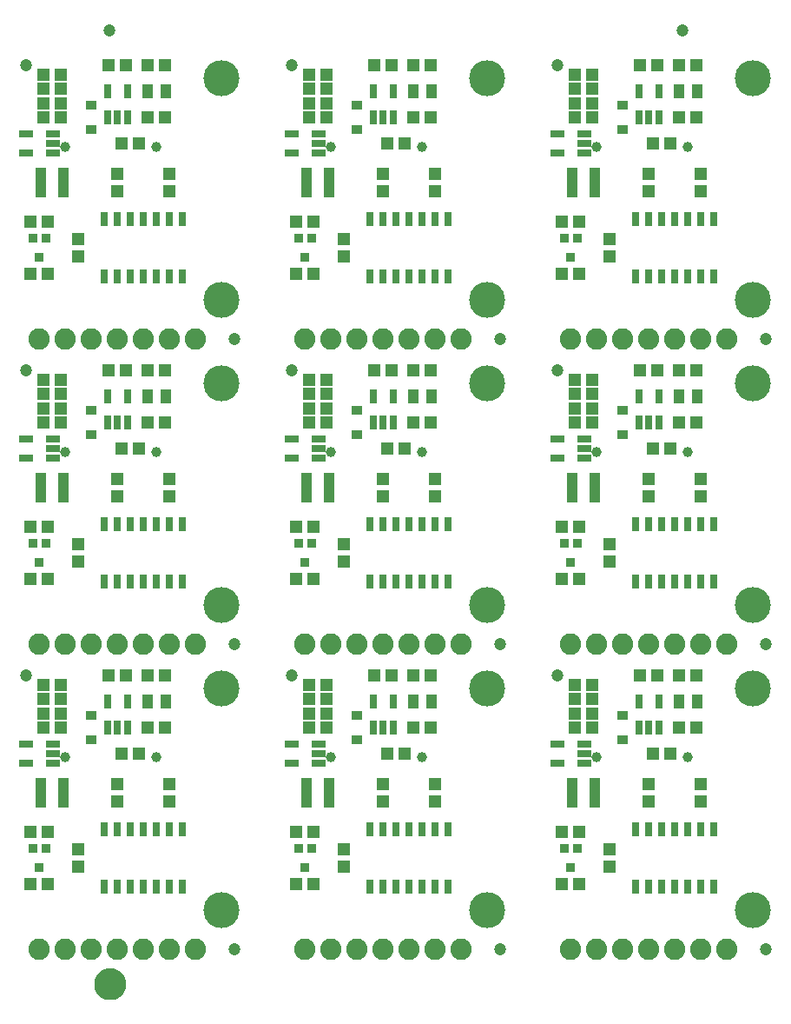
<source format=gts>
G75*
%MOIN*%
%OFA0B0*%
%FSLAX25Y25*%
%IPPOS*%
%LPD*%
%AMOC8*
5,1,8,0,0,1.08239X$1,22.5*
%
%ADD10R,0.05131X0.04737*%
%ADD11R,0.04068X0.03280*%
%ADD12R,0.05524X0.02965*%
%ADD13R,0.02965X0.05524*%
%ADD14R,0.03162X0.05524*%
%ADD15R,0.04737X0.05131*%
%ADD16C,0.04737*%
%ADD17R,0.03556X0.03556*%
%ADD18C,0.08200*%
%ADD19C,0.03950*%
%ADD20R,0.03950X0.05524*%
%ADD21C,0.13800*%
%ADD22R,0.03950X0.11430*%
%ADD23C,0.05000*%
%ADD24C,0.06706*%
D10*
X0045404Y0058500D03*
X0052096Y0058500D03*
X0052096Y0078500D03*
X0045404Y0078500D03*
X0080404Y0108500D03*
X0087096Y0108500D03*
X0090404Y0118500D03*
X0097096Y0118500D03*
X0097096Y0138500D03*
X0090404Y0138500D03*
X0082096Y0138500D03*
X0075404Y0138500D03*
X0057096Y0135000D03*
X0050404Y0135000D03*
X0050404Y0129500D03*
X0050404Y0124000D03*
X0050404Y0118500D03*
X0057096Y0118500D03*
X0057096Y0124000D03*
X0057096Y0129500D03*
X0052096Y0175500D03*
X0045404Y0175500D03*
X0045404Y0195500D03*
X0052096Y0195500D03*
X0080404Y0225500D03*
X0087096Y0225500D03*
X0090404Y0235500D03*
X0097096Y0235500D03*
X0097096Y0255500D03*
X0090404Y0255500D03*
X0082096Y0255500D03*
X0075404Y0255500D03*
X0057096Y0252000D03*
X0050404Y0252000D03*
X0050404Y0246500D03*
X0050404Y0241000D03*
X0050404Y0235500D03*
X0057096Y0235500D03*
X0057096Y0241000D03*
X0057096Y0246500D03*
X0052096Y0292500D03*
X0045404Y0292500D03*
X0045404Y0312500D03*
X0052096Y0312500D03*
X0080404Y0342500D03*
X0087096Y0342500D03*
X0090404Y0352500D03*
X0097096Y0352500D03*
X0097096Y0372500D03*
X0090404Y0372500D03*
X0082096Y0372500D03*
X0075404Y0372500D03*
X0057096Y0369000D03*
X0057096Y0363500D03*
X0057096Y0358000D03*
X0050404Y0358000D03*
X0050404Y0363500D03*
X0050404Y0369000D03*
X0050404Y0352500D03*
X0057096Y0352500D03*
X0147404Y0312500D03*
X0154096Y0312500D03*
X0154096Y0292500D03*
X0147404Y0292500D03*
X0152404Y0252000D03*
X0159096Y0252000D03*
X0159096Y0246500D03*
X0159096Y0241000D03*
X0159096Y0235500D03*
X0152404Y0235500D03*
X0152404Y0241000D03*
X0152404Y0246500D03*
X0177404Y0255500D03*
X0184096Y0255500D03*
X0192404Y0255500D03*
X0199096Y0255500D03*
X0199096Y0235500D03*
X0192404Y0235500D03*
X0189096Y0225500D03*
X0182404Y0225500D03*
X0154096Y0195500D03*
X0147404Y0195500D03*
X0147404Y0175500D03*
X0154096Y0175500D03*
X0177404Y0138500D03*
X0184096Y0138500D03*
X0192404Y0138500D03*
X0199096Y0138500D03*
X0199096Y0118500D03*
X0192404Y0118500D03*
X0189096Y0108500D03*
X0182404Y0108500D03*
X0159096Y0118500D03*
X0159096Y0124000D03*
X0159096Y0129500D03*
X0152404Y0129500D03*
X0152404Y0124000D03*
X0152404Y0118500D03*
X0152404Y0135000D03*
X0159096Y0135000D03*
X0154096Y0078500D03*
X0147404Y0078500D03*
X0147404Y0058500D03*
X0154096Y0058500D03*
X0249404Y0058500D03*
X0256096Y0058500D03*
X0256096Y0078500D03*
X0249404Y0078500D03*
X0284404Y0108500D03*
X0291096Y0108500D03*
X0294404Y0118500D03*
X0301096Y0118500D03*
X0301096Y0138500D03*
X0294404Y0138500D03*
X0286096Y0138500D03*
X0279404Y0138500D03*
X0261096Y0135000D03*
X0254404Y0135000D03*
X0254404Y0129500D03*
X0254404Y0124000D03*
X0254404Y0118500D03*
X0261096Y0118500D03*
X0261096Y0124000D03*
X0261096Y0129500D03*
X0256096Y0175500D03*
X0249404Y0175500D03*
X0249404Y0195500D03*
X0256096Y0195500D03*
X0284404Y0225500D03*
X0291096Y0225500D03*
X0294404Y0235500D03*
X0301096Y0235500D03*
X0301096Y0255500D03*
X0294404Y0255500D03*
X0286096Y0255500D03*
X0279404Y0255500D03*
X0261096Y0252000D03*
X0254404Y0252000D03*
X0254404Y0246500D03*
X0254404Y0241000D03*
X0254404Y0235500D03*
X0261096Y0235500D03*
X0261096Y0241000D03*
X0261096Y0246500D03*
X0256096Y0292500D03*
X0249404Y0292500D03*
X0249404Y0312500D03*
X0256096Y0312500D03*
X0284404Y0342500D03*
X0291096Y0342500D03*
X0294404Y0352500D03*
X0301096Y0352500D03*
X0301096Y0372500D03*
X0294404Y0372500D03*
X0286096Y0372500D03*
X0279404Y0372500D03*
X0261096Y0369000D03*
X0261096Y0363500D03*
X0261096Y0358000D03*
X0254404Y0358000D03*
X0254404Y0363500D03*
X0254404Y0369000D03*
X0254404Y0352500D03*
X0261096Y0352500D03*
X0199096Y0352500D03*
X0192404Y0352500D03*
X0189096Y0342500D03*
X0182404Y0342500D03*
X0159096Y0352500D03*
X0152404Y0352500D03*
X0152404Y0358000D03*
X0152404Y0363500D03*
X0152404Y0369000D03*
X0159096Y0369000D03*
X0159096Y0363500D03*
X0159096Y0358000D03*
X0177404Y0372500D03*
X0184096Y0372500D03*
X0192404Y0372500D03*
X0199096Y0372500D03*
D11*
X0170750Y0357028D03*
X0170750Y0347972D03*
X0068750Y0347972D03*
X0068750Y0357028D03*
X0068750Y0240028D03*
X0068750Y0230972D03*
X0170750Y0230972D03*
X0170750Y0240028D03*
X0272750Y0240028D03*
X0272750Y0230972D03*
X0272750Y0123028D03*
X0272750Y0113972D03*
X0170750Y0113972D03*
X0170750Y0123028D03*
X0068750Y0123028D03*
X0068750Y0113972D03*
X0272750Y0347972D03*
X0272750Y0357028D03*
D12*
X0257869Y0346240D03*
X0257869Y0342500D03*
X0257869Y0338760D03*
X0247631Y0338760D03*
X0247631Y0346240D03*
X0155869Y0346240D03*
X0155869Y0342500D03*
X0155869Y0338760D03*
X0145631Y0338760D03*
X0145631Y0346240D03*
X0053869Y0346240D03*
X0053869Y0342500D03*
X0053869Y0338760D03*
X0043631Y0338760D03*
X0043631Y0346240D03*
X0043631Y0229240D03*
X0043631Y0221760D03*
X0053869Y0221760D03*
X0053869Y0225500D03*
X0053869Y0229240D03*
X0145631Y0229240D03*
X0145631Y0221760D03*
X0155869Y0221760D03*
X0155869Y0225500D03*
X0155869Y0229240D03*
X0247631Y0229240D03*
X0247631Y0221760D03*
X0257869Y0221760D03*
X0257869Y0225500D03*
X0257869Y0229240D03*
X0257869Y0112240D03*
X0257869Y0108500D03*
X0257869Y0104760D03*
X0247631Y0104760D03*
X0247631Y0112240D03*
X0155869Y0112240D03*
X0155869Y0108500D03*
X0155869Y0104760D03*
X0145631Y0104760D03*
X0145631Y0112240D03*
X0053869Y0112240D03*
X0053869Y0108500D03*
X0053869Y0104760D03*
X0043631Y0104760D03*
X0043631Y0112240D03*
D13*
X0075010Y0118381D03*
X0078750Y0118381D03*
X0082490Y0118381D03*
X0082490Y0128619D03*
X0075010Y0128619D03*
X0177010Y0128619D03*
X0184490Y0128619D03*
X0184490Y0118381D03*
X0180750Y0118381D03*
X0177010Y0118381D03*
X0279010Y0118381D03*
X0282750Y0118381D03*
X0286490Y0118381D03*
X0286490Y0128619D03*
X0279010Y0128619D03*
X0279010Y0235381D03*
X0282750Y0235381D03*
X0286490Y0235381D03*
X0286490Y0245619D03*
X0279010Y0245619D03*
X0184490Y0245619D03*
X0177010Y0245619D03*
X0177010Y0235381D03*
X0180750Y0235381D03*
X0184490Y0235381D03*
X0082490Y0235381D03*
X0078750Y0235381D03*
X0075010Y0235381D03*
X0075010Y0245619D03*
X0082490Y0245619D03*
X0082490Y0352381D03*
X0078750Y0352381D03*
X0075010Y0352381D03*
X0075010Y0362619D03*
X0082490Y0362619D03*
X0177010Y0362619D03*
X0184490Y0362619D03*
X0184490Y0352381D03*
X0180750Y0352381D03*
X0177010Y0352381D03*
X0279010Y0352381D03*
X0282750Y0352381D03*
X0286490Y0352381D03*
X0286490Y0362619D03*
X0279010Y0362619D03*
D14*
X0277750Y0313524D03*
X0282750Y0313524D03*
X0287750Y0313524D03*
X0292750Y0313524D03*
X0297750Y0313524D03*
X0302750Y0313524D03*
X0307750Y0313524D03*
X0307750Y0291476D03*
X0302750Y0291476D03*
X0297750Y0291476D03*
X0292750Y0291476D03*
X0287750Y0291476D03*
X0282750Y0291476D03*
X0277750Y0291476D03*
X0205750Y0291476D03*
X0200750Y0291476D03*
X0195750Y0291476D03*
X0190750Y0291476D03*
X0185750Y0291476D03*
X0180750Y0291476D03*
X0175750Y0291476D03*
X0175750Y0313524D03*
X0180750Y0313524D03*
X0185750Y0313524D03*
X0190750Y0313524D03*
X0195750Y0313524D03*
X0200750Y0313524D03*
X0205750Y0313524D03*
X0103750Y0313524D03*
X0098750Y0313524D03*
X0093750Y0313524D03*
X0088750Y0313524D03*
X0083750Y0313524D03*
X0078750Y0313524D03*
X0073750Y0313524D03*
X0073750Y0291476D03*
X0078750Y0291476D03*
X0083750Y0291476D03*
X0088750Y0291476D03*
X0093750Y0291476D03*
X0098750Y0291476D03*
X0103750Y0291476D03*
X0103750Y0196524D03*
X0098750Y0196524D03*
X0093750Y0196524D03*
X0088750Y0196524D03*
X0083750Y0196524D03*
X0078750Y0196524D03*
X0073750Y0196524D03*
X0073750Y0174476D03*
X0078750Y0174476D03*
X0083750Y0174476D03*
X0088750Y0174476D03*
X0093750Y0174476D03*
X0098750Y0174476D03*
X0103750Y0174476D03*
X0175750Y0174476D03*
X0180750Y0174476D03*
X0185750Y0174476D03*
X0190750Y0174476D03*
X0195750Y0174476D03*
X0200750Y0174476D03*
X0205750Y0174476D03*
X0205750Y0196524D03*
X0200750Y0196524D03*
X0195750Y0196524D03*
X0190750Y0196524D03*
X0185750Y0196524D03*
X0180750Y0196524D03*
X0175750Y0196524D03*
X0277750Y0196524D03*
X0282750Y0196524D03*
X0287750Y0196524D03*
X0292750Y0196524D03*
X0297750Y0196524D03*
X0302750Y0196524D03*
X0307750Y0196524D03*
X0307750Y0174476D03*
X0302750Y0174476D03*
X0297750Y0174476D03*
X0292750Y0174476D03*
X0287750Y0174476D03*
X0282750Y0174476D03*
X0277750Y0174476D03*
X0277750Y0079524D03*
X0282750Y0079524D03*
X0287750Y0079524D03*
X0292750Y0079524D03*
X0297750Y0079524D03*
X0302750Y0079524D03*
X0307750Y0079524D03*
X0307750Y0057476D03*
X0302750Y0057476D03*
X0297750Y0057476D03*
X0292750Y0057476D03*
X0287750Y0057476D03*
X0282750Y0057476D03*
X0277750Y0057476D03*
X0205750Y0057476D03*
X0200750Y0057476D03*
X0195750Y0057476D03*
X0190750Y0057476D03*
X0185750Y0057476D03*
X0180750Y0057476D03*
X0175750Y0057476D03*
X0175750Y0079524D03*
X0180750Y0079524D03*
X0185750Y0079524D03*
X0190750Y0079524D03*
X0195750Y0079524D03*
X0200750Y0079524D03*
X0205750Y0079524D03*
X0103750Y0079524D03*
X0098750Y0079524D03*
X0093750Y0079524D03*
X0088750Y0079524D03*
X0083750Y0079524D03*
X0078750Y0079524D03*
X0073750Y0079524D03*
X0073750Y0057476D03*
X0078750Y0057476D03*
X0083750Y0057476D03*
X0088750Y0057476D03*
X0093750Y0057476D03*
X0098750Y0057476D03*
X0103750Y0057476D03*
D15*
X0098750Y0090154D03*
X0098750Y0096846D03*
X0078750Y0096846D03*
X0078750Y0090154D03*
X0063750Y0071846D03*
X0063750Y0065154D03*
X0165750Y0065154D03*
X0165750Y0071846D03*
X0180750Y0090154D03*
X0180750Y0096846D03*
X0200750Y0096846D03*
X0200750Y0090154D03*
X0267750Y0071846D03*
X0267750Y0065154D03*
X0282750Y0090154D03*
X0282750Y0096846D03*
X0302750Y0096846D03*
X0302750Y0090154D03*
X0267750Y0182154D03*
X0267750Y0188846D03*
X0282750Y0207154D03*
X0282750Y0213846D03*
X0302750Y0213846D03*
X0302750Y0207154D03*
X0267750Y0299154D03*
X0267750Y0305846D03*
X0282750Y0324154D03*
X0282750Y0330846D03*
X0302750Y0330846D03*
X0302750Y0324154D03*
X0200750Y0324154D03*
X0200750Y0330846D03*
X0180750Y0330846D03*
X0180750Y0324154D03*
X0165750Y0305846D03*
X0165750Y0299154D03*
X0098750Y0324154D03*
X0098750Y0330846D03*
X0078750Y0330846D03*
X0078750Y0324154D03*
X0063750Y0305846D03*
X0063750Y0299154D03*
X0078750Y0213846D03*
X0078750Y0207154D03*
X0098750Y0207154D03*
X0098750Y0213846D03*
X0063750Y0188846D03*
X0063750Y0182154D03*
X0165750Y0182154D03*
X0165750Y0188846D03*
X0180750Y0207154D03*
X0180750Y0213846D03*
X0200750Y0213846D03*
X0200750Y0207154D03*
D16*
X0247750Y0255500D03*
X0225750Y0267500D03*
X0145750Y0255500D03*
X0123750Y0267500D03*
X0043750Y0255500D03*
X0123750Y0150500D03*
X0145750Y0138500D03*
X0225750Y0150500D03*
X0247750Y0138500D03*
X0327750Y0150500D03*
X0327750Y0267500D03*
X0247750Y0372500D03*
X0295750Y0385750D03*
X0145750Y0372500D03*
X0075750Y0385750D03*
X0043750Y0372500D03*
X0043750Y0138500D03*
X0123750Y0033500D03*
X0225750Y0033500D03*
X0327750Y0033500D03*
D17*
X0255309Y0072142D03*
X0250191Y0072142D03*
X0252750Y0064858D03*
X0153309Y0072142D03*
X0148191Y0072142D03*
X0150750Y0064858D03*
X0051309Y0072142D03*
X0046191Y0072142D03*
X0048750Y0064858D03*
X0048750Y0181858D03*
X0046191Y0189142D03*
X0051309Y0189142D03*
X0148191Y0189142D03*
X0153309Y0189142D03*
X0150750Y0181858D03*
X0250191Y0189142D03*
X0255309Y0189142D03*
X0252750Y0181858D03*
X0252750Y0298858D03*
X0250191Y0306142D03*
X0255309Y0306142D03*
X0153309Y0306142D03*
X0148191Y0306142D03*
X0150750Y0298858D03*
X0051309Y0306142D03*
X0046191Y0306142D03*
X0048750Y0298858D03*
D18*
X0048750Y0033500D03*
X0058750Y0033500D03*
X0068750Y0033500D03*
X0078750Y0033500D03*
X0088750Y0033500D03*
X0098750Y0033500D03*
X0108750Y0033500D03*
X0150750Y0033500D03*
X0160750Y0033500D03*
X0170750Y0033500D03*
X0180750Y0033500D03*
X0190750Y0033500D03*
X0200750Y0033500D03*
X0210750Y0033500D03*
X0252750Y0033500D03*
X0262750Y0033500D03*
X0272750Y0033500D03*
X0282750Y0033500D03*
X0292750Y0033500D03*
X0302750Y0033500D03*
X0312750Y0033500D03*
X0312750Y0150500D03*
X0302750Y0150500D03*
X0292750Y0150500D03*
X0282750Y0150500D03*
X0272750Y0150500D03*
X0262750Y0150500D03*
X0252750Y0150500D03*
X0210750Y0150500D03*
X0200750Y0150500D03*
X0190750Y0150500D03*
X0180750Y0150500D03*
X0170750Y0150500D03*
X0160750Y0150500D03*
X0150750Y0150500D03*
X0108750Y0150500D03*
X0098750Y0150500D03*
X0088750Y0150500D03*
X0078750Y0150500D03*
X0068750Y0150500D03*
X0058750Y0150500D03*
X0048750Y0150500D03*
X0048750Y0267500D03*
X0058750Y0267500D03*
X0068750Y0267500D03*
X0078750Y0267500D03*
X0088750Y0267500D03*
X0098750Y0267500D03*
X0108750Y0267500D03*
X0150750Y0267500D03*
X0160750Y0267500D03*
X0170750Y0267500D03*
X0180750Y0267500D03*
X0190750Y0267500D03*
X0200750Y0267500D03*
X0210750Y0267500D03*
X0252750Y0267500D03*
X0262750Y0267500D03*
X0272750Y0267500D03*
X0282750Y0267500D03*
X0292750Y0267500D03*
X0302750Y0267500D03*
X0312750Y0267500D03*
D19*
X0297770Y0224004D03*
X0262730Y0224004D03*
X0195770Y0224004D03*
X0160730Y0224004D03*
X0093770Y0224004D03*
X0058730Y0224004D03*
X0058730Y0341004D03*
X0093770Y0341004D03*
X0160730Y0341004D03*
X0195770Y0341004D03*
X0262730Y0341004D03*
X0297770Y0341004D03*
X0297770Y0107004D03*
X0262730Y0107004D03*
X0195770Y0107004D03*
X0160730Y0107004D03*
X0093770Y0107004D03*
X0058730Y0107004D03*
D20*
X0090207Y0128500D03*
X0097293Y0128500D03*
X0192207Y0128500D03*
X0199293Y0128500D03*
X0294207Y0128500D03*
X0301293Y0128500D03*
X0301293Y0245500D03*
X0294207Y0245500D03*
X0199293Y0245500D03*
X0192207Y0245500D03*
X0097293Y0245500D03*
X0090207Y0245500D03*
X0090207Y0362500D03*
X0097293Y0362500D03*
X0192207Y0362500D03*
X0199293Y0362500D03*
X0294207Y0362500D03*
X0301293Y0362500D03*
D21*
X0322750Y0367500D03*
X0322750Y0282500D03*
X0322750Y0250500D03*
X0322750Y0165500D03*
X0322750Y0133500D03*
X0322750Y0048500D03*
X0220750Y0048500D03*
X0220750Y0133500D03*
X0220750Y0165500D03*
X0220750Y0250500D03*
X0220750Y0282500D03*
X0220750Y0367500D03*
X0118750Y0367500D03*
X0118750Y0282500D03*
X0118750Y0250500D03*
X0118750Y0165500D03*
X0118750Y0133500D03*
X0118750Y0048500D03*
D22*
X0151419Y0093500D03*
X0160081Y0093500D03*
X0253419Y0093500D03*
X0262081Y0093500D03*
X0262081Y0210500D03*
X0253419Y0210500D03*
X0160081Y0210500D03*
X0151419Y0210500D03*
X0058081Y0210500D03*
X0049419Y0210500D03*
X0049419Y0093500D03*
X0058081Y0093500D03*
X0058081Y0327500D03*
X0049419Y0327500D03*
X0151419Y0327500D03*
X0160081Y0327500D03*
X0253419Y0327500D03*
X0262081Y0327500D03*
D23*
X0072185Y0020250D02*
X0072187Y0020369D01*
X0072193Y0020488D01*
X0072203Y0020607D01*
X0072217Y0020725D01*
X0072235Y0020843D01*
X0072256Y0020960D01*
X0072282Y0021076D01*
X0072312Y0021192D01*
X0072345Y0021306D01*
X0072382Y0021419D01*
X0072423Y0021531D01*
X0072468Y0021642D01*
X0072516Y0021751D01*
X0072568Y0021858D01*
X0072624Y0021963D01*
X0072683Y0022067D01*
X0072745Y0022168D01*
X0072811Y0022268D01*
X0072880Y0022365D01*
X0072952Y0022459D01*
X0073028Y0022552D01*
X0073106Y0022641D01*
X0073187Y0022728D01*
X0073272Y0022813D01*
X0073359Y0022894D01*
X0073448Y0022972D01*
X0073541Y0023048D01*
X0073635Y0023120D01*
X0073732Y0023189D01*
X0073832Y0023255D01*
X0073933Y0023317D01*
X0074037Y0023376D01*
X0074142Y0023432D01*
X0074249Y0023484D01*
X0074358Y0023532D01*
X0074469Y0023577D01*
X0074581Y0023618D01*
X0074694Y0023655D01*
X0074808Y0023688D01*
X0074924Y0023718D01*
X0075040Y0023744D01*
X0075157Y0023765D01*
X0075275Y0023783D01*
X0075393Y0023797D01*
X0075512Y0023807D01*
X0075631Y0023813D01*
X0075750Y0023815D01*
X0075869Y0023813D01*
X0075988Y0023807D01*
X0076107Y0023797D01*
X0076225Y0023783D01*
X0076343Y0023765D01*
X0076460Y0023744D01*
X0076576Y0023718D01*
X0076692Y0023688D01*
X0076806Y0023655D01*
X0076919Y0023618D01*
X0077031Y0023577D01*
X0077142Y0023532D01*
X0077251Y0023484D01*
X0077358Y0023432D01*
X0077463Y0023376D01*
X0077567Y0023317D01*
X0077668Y0023255D01*
X0077768Y0023189D01*
X0077865Y0023120D01*
X0077959Y0023048D01*
X0078052Y0022972D01*
X0078141Y0022894D01*
X0078228Y0022813D01*
X0078313Y0022728D01*
X0078394Y0022641D01*
X0078472Y0022552D01*
X0078548Y0022459D01*
X0078620Y0022365D01*
X0078689Y0022268D01*
X0078755Y0022168D01*
X0078817Y0022067D01*
X0078876Y0021963D01*
X0078932Y0021858D01*
X0078984Y0021751D01*
X0079032Y0021642D01*
X0079077Y0021531D01*
X0079118Y0021419D01*
X0079155Y0021306D01*
X0079188Y0021192D01*
X0079218Y0021076D01*
X0079244Y0020960D01*
X0079265Y0020843D01*
X0079283Y0020725D01*
X0079297Y0020607D01*
X0079307Y0020488D01*
X0079313Y0020369D01*
X0079315Y0020250D01*
X0079313Y0020131D01*
X0079307Y0020012D01*
X0079297Y0019893D01*
X0079283Y0019775D01*
X0079265Y0019657D01*
X0079244Y0019540D01*
X0079218Y0019424D01*
X0079188Y0019308D01*
X0079155Y0019194D01*
X0079118Y0019081D01*
X0079077Y0018969D01*
X0079032Y0018858D01*
X0078984Y0018749D01*
X0078932Y0018642D01*
X0078876Y0018537D01*
X0078817Y0018433D01*
X0078755Y0018332D01*
X0078689Y0018232D01*
X0078620Y0018135D01*
X0078548Y0018041D01*
X0078472Y0017948D01*
X0078394Y0017859D01*
X0078313Y0017772D01*
X0078228Y0017687D01*
X0078141Y0017606D01*
X0078052Y0017528D01*
X0077959Y0017452D01*
X0077865Y0017380D01*
X0077768Y0017311D01*
X0077668Y0017245D01*
X0077567Y0017183D01*
X0077463Y0017124D01*
X0077358Y0017068D01*
X0077251Y0017016D01*
X0077142Y0016968D01*
X0077031Y0016923D01*
X0076919Y0016882D01*
X0076806Y0016845D01*
X0076692Y0016812D01*
X0076576Y0016782D01*
X0076460Y0016756D01*
X0076343Y0016735D01*
X0076225Y0016717D01*
X0076107Y0016703D01*
X0075988Y0016693D01*
X0075869Y0016687D01*
X0075750Y0016685D01*
X0075631Y0016687D01*
X0075512Y0016693D01*
X0075393Y0016703D01*
X0075275Y0016717D01*
X0075157Y0016735D01*
X0075040Y0016756D01*
X0074924Y0016782D01*
X0074808Y0016812D01*
X0074694Y0016845D01*
X0074581Y0016882D01*
X0074469Y0016923D01*
X0074358Y0016968D01*
X0074249Y0017016D01*
X0074142Y0017068D01*
X0074037Y0017124D01*
X0073933Y0017183D01*
X0073832Y0017245D01*
X0073732Y0017311D01*
X0073635Y0017380D01*
X0073541Y0017452D01*
X0073448Y0017528D01*
X0073359Y0017606D01*
X0073272Y0017687D01*
X0073187Y0017772D01*
X0073106Y0017859D01*
X0073028Y0017948D01*
X0072952Y0018041D01*
X0072880Y0018135D01*
X0072811Y0018232D01*
X0072745Y0018332D01*
X0072683Y0018433D01*
X0072624Y0018537D01*
X0072568Y0018642D01*
X0072516Y0018749D01*
X0072468Y0018858D01*
X0072423Y0018969D01*
X0072382Y0019081D01*
X0072345Y0019194D01*
X0072312Y0019308D01*
X0072282Y0019424D01*
X0072256Y0019540D01*
X0072235Y0019657D01*
X0072217Y0019775D01*
X0072203Y0019893D01*
X0072193Y0020012D01*
X0072187Y0020131D01*
X0072185Y0020250D01*
D24*
X0075750Y0020250D03*
M02*

</source>
